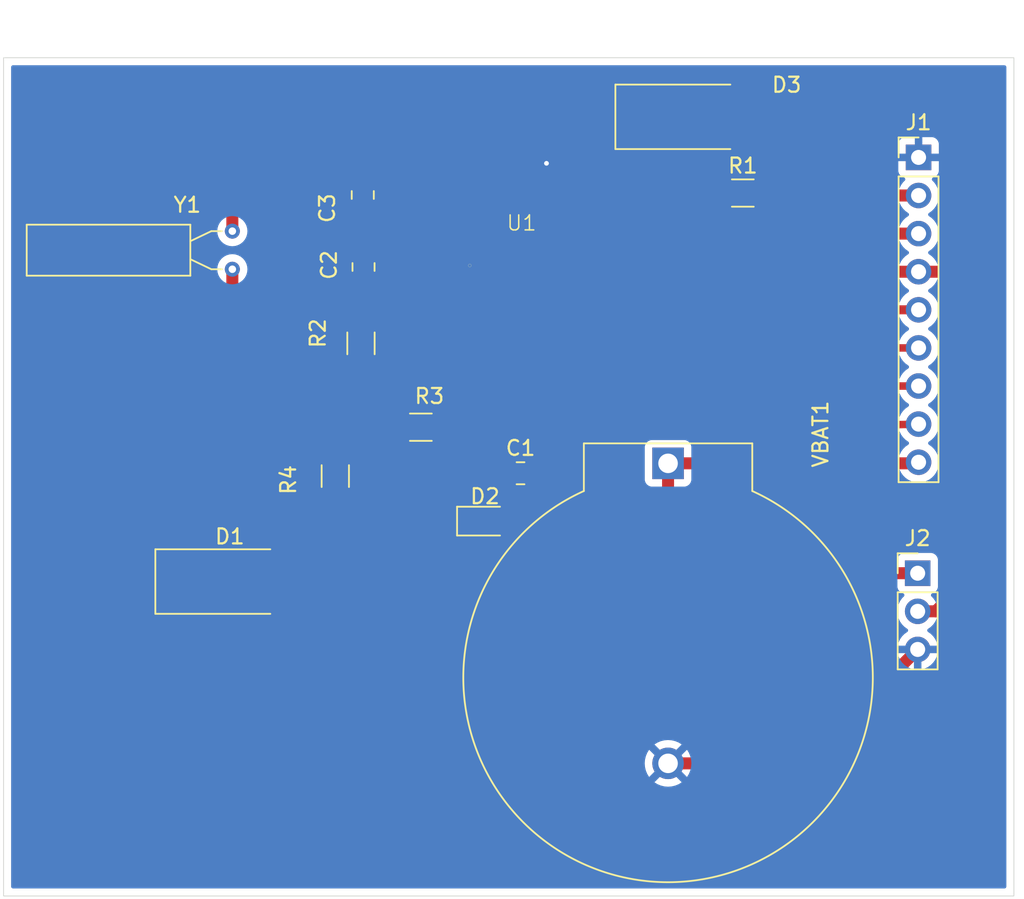
<source format=kicad_pcb>
(kicad_pcb (version 20240108) (generator "pcbnew") (generator_version "8.0")
  (layers (0 "F.Cu" signal) (31 "B.Cu" power) (34 "B.Paste" user) (35 "F.Paste" user) (36 "B.SilkS" user "B.Silkscreen") (37 "F.SilkS" user "F.Silkscreen") (38 "B.Mask" user) (39 "F.Mask" user) (44 "Edge.Cuts" user))
  (net 0 "")
  (net 1 "/VDD")
  (net 2 "GND")
  (net 3 "/OSCO")
  (net 4 "/OSCI")
  (net 5 "/VBAT")
  (net 6 "Net-(D3-A)")
  (net 7 "/SDO")
  (net 8 "/CLKOUT")
  (net 9 "/SCL")
  (net 10 "/SDI")
  (net 11 "/CE")
  (net 12 "/CLKOE")
  (net 13 "Net-(R2-Pad1)")
  (net 14 "/INT")
  (net 18 "Net-(D2-K)")
  (footprint "Resistor_SMD:R_1206_3216Metric_Pad1.30x1.75mm_HandSolder" (layer "F.Cu") (at 154.18 84.91 -90)
    (property "Reference" "R4" (at 0.25 3.13 90) (layer "F.SilkS"))
    (property "Value" "10k")
    (fp_line (start -0.727064 0.91) (end 0.727064 0.91) (stroke (width 0.12)) (layer "F.SilkS"))
    (fp_line (start -0.727064 -0.91) (end 0.727064 -0.91) (stroke (width 0.12)) (layer "F.SilkS"))
    (pad "1" smd roundrect (at -1.55 0 270) (size 1.3 1.75) (layers "F.Cu" "F.Paste" "F.Mask") (roundrect_rratio 0.192308) (net 14 "/INT"))
    (pad "2" smd roundrect (at 1.55 0 270) (size 1.3 1.75) (layers "F.Cu" "F.Paste" "F.Mask") (roundrect_rratio 0.192308) (net 1 "/VDD"))
  )
  (footprint "Resistor_SMD:R_1206_3216Metric_Pad1.30x1.75mm_HandSolder" (layer "F.Cu") (at 155.89 76.06 90)
    (property "Reference" "R2" (at 0.67 -2.87 -90) (layer "F.SilkS"))
    (property "Value" "0E")
    (fp_line (start -0.727064 -0.91) (end 0.727064 -0.91) (stroke (width 0.12)) (layer "F.SilkS"))
    (fp_line (start -0.727064 0.91) (end 0.727064 0.91) (stroke (width 0.12)) (layer "F.SilkS"))
    (pad "1" smd roundrect (at -1.55 0 90) (size 1.3 1.75) (layers "F.Cu" "F.Paste" "F.Mask") (roundrect_rratio 0.192308) (net 13 "Net-(R2-Pad1)"))
    (pad "2" smd roundrect (at 1.55 0 90) (size 1.3 1.75) (layers "F.Cu" "F.Paste" "F.Mask") (roundrect_rratio 0.192308) (net 3 "/OSCO"))
  )
  (footprint "Diode_SMD:D_SMA-SMB_Universal_Handsoldering" (layer "F.Cu") (at 177.8 60.96)
    (property "Reference" "D3" (at 6.45 -2.13 0) (layer "F.SilkS"))
    (property "Value" "BAS316")
    (fp_line (start -4.96 -2.15) (end -4.96 2.15) (stroke (width 0.12)) (layer "F.SilkS"))
    (fp_line (start -4.96 -2.15) (end 2.7 -2.15) (stroke (width 0.12)) (layer "F.SilkS"))
    (fp_line (start -4.96 2.15) (end 2.7 2.15) (stroke (width 0.12)) (layer "F.SilkS"))
    (pad "1" smd trapezoid (at -2.9 0) (size 3.6 1.7) (rect_delta 0.6 0) (layers "F.Cu" "F.Paste" "F.Mask") (net 1 "/VDD"))
    (pad "2" smd trapezoid (at 2.9 0 180) (size 3.6 1.7) (rect_delta 0.6 0) (layers "F.Cu" "F.Paste" "F.Mask") (net 6 "Net-(D3-A)"))
  )
  (footprint "Battery:BatteryHolder_ComfortableElectronic_CH273-2450_1x2450" (layer "F.Cu") (at 176.35 84.06 -90)
    (property "Reference" "VBAT1" (at -1.950913 -10.16 90) (layer "F.SilkS"))
    (property "Value" "1.5V")
    (fp_line (start -1.33 5.61) (end -1.33 -5.61) (stroke (width 0.12)) (layer "F.SilkS"))
    (fp_line (start 1.845 5.61) (end -1.33 5.61) (stroke (width 0.12)) (layer "F.SilkS"))
    (fp_line (start -1.33 -5.61) (end 1.845 -5.61) (stroke (width 0.12)) (layer "F.SilkS"))
    (fp_arc (start 1.845 -5.61) (mid 27.921896 0) (end 1.845 5.61) (stroke (width 0.12)) (layer "F.SilkS"))
    (pad "1" thru_hole rect (at 0 0 180) (size 2.1 2.1) (drill 1.3) (layers "*.Cu" "*.Mask") (net 5 "/VBAT"))
    (pad "2" thru_hole circle (at 20 0 180) (size 2.1 2.1) (drill 1.3) (layers "*.Cu" "*.Mask") (net 2 "GND"))
  )
  (footprint "Crystal:Crystal_AT310_D3.0mm_L10.0mm_Horizontal" (layer "F.Cu") (at 147.32 68.58 -90)
    (property "Reference" "Y1" (at -1.75 3 180) (layer "F.SilkS"))
    (property "Value" "Crystal_Small")
    (fp_line (start -0.43 13.7) (end 2.97 13.7) (stroke (width 0.12)) (layer "F.SilkS"))
    (fp_line (start 2.97 13.7) (end 2.97 2.8) (stroke (width 0.12)) (layer "F.SilkS"))
    (fp_line (start -0.43 2.8) (end -0.43 13.7) (stroke (width 0.12)) (layer "F.SilkS"))
    (fp_line (start 0.67 2.8) (end 0 1.4) (stroke (width 0.12)) (layer "F.SilkS"))
    (fp_line (start 1.87 2.8) (end 2.54 1.4) (stroke (width 0.12)) (layer "F.SilkS"))
    (fp_line (start 2.97 2.8) (end -0.43 2.8) (stroke (width 0.12)) (layer "F.SilkS"))
    (fp_line (start 0 1.4) (end 0 0.7) (stroke (width 0.12)) (layer "F.SilkS"))
    (fp_line (start 2.54 1.4) (end 2.54 0.7) (stroke (width 0.12)) (layer "F.SilkS"))
    (pad "1" thru_hole circle (at 2.54 0 270) (size 1 1) (drill 0.5) (layers "*.Cu" "*.Mask") (net 13 "Net-(R2-Pad1)"))
    (pad "2" thru_hole circle (at 0 0 270) (size 1 1) (drill 0.5) (layers "*.Cu" "*.Mask") (net 4 "/OSCI"))
  )
  (footprint "Capacitor_SMD:C_0805_2012Metric_Pad1.18x1.45mm_HandSolder" (layer "F.Cu") (at 156.01 66.17 90)
    (property "Reference" "C3" (at -0.88 -2.37 -90) (layer "F.SilkS"))
    (property "Value" "7pf")
    (fp_line (start -0.261252 -0.735) (end 0.261252 -0.735) (stroke (width 0.12)) (layer "F.SilkS"))
    (fp_line (start -0.261252 0.735) (end 0.261252 0.735) (stroke (width 0.12)) (layer "F.SilkS"))
    (pad "1" smd roundrect (at -1.0375 0 90) (size 1.175 1.45) (layers "F.Cu" "F.Paste" "F.Mask") (roundrect_rratio 0.212766) (net 2 "GND"))
    (pad "2" smd roundrect (at 1.0375 0 90) (size 1.175 1.45) (layers "F.Cu" "F.Paste" "F.Mask") (roundrect_rratio 0.212766) (net 4 "/OSCI"))
  )
  (footprint "Resistor_SMD:R_1206_3216Metric_Pad1.30x1.75mm_HandSolder" (layer "F.Cu") (at 159.88 81.65)
    (property "Reference" "R3" (at 0.57 -2.07 0) (layer "F.SilkS"))
    (property "Value" "820E")
    (fp_line (start -0.727064 -0.91) (end 0.727064 -0.91) (stroke (width 0.12)) (layer "F.SilkS"))
    (fp_line (start -0.727064 0.91) (end 0.727064 0.91) (stroke (width 0.12)) (layer "F.SilkS"))
    (pad "1" smd roundrect (at -1.55 0) (size 1.3 1.75) (layers "F.Cu" "F.Paste" "F.Mask") (roundrect_rratio 0.192308) (net 14 "/INT"))
    (pad "2" smd roundrect (at 1.55 0) (size 1.3 1.75) (layers "F.Cu" "F.Paste" "F.Mask") (roundrect_rratio 0.192308) (net 18 "Net-(D2-K)"))
  )
  (footprint "Diode_SMD:D_SMA-SMB_Universal_Handsoldering" (layer "F.Cu") (at 147.15 91.94)
    (property "Reference" "D1" (at 0 -3 0) (layer "F.SilkS"))
    (property "Value" "BAS316")
    (fp_line (start -4.96 -2.15) (end -4.96 2.15) (stroke (width 0.12)) (layer "F.SilkS"))
    (fp_line (start -4.96 -2.15) (end 2.7 -2.15) (stroke (width 0.12)) (layer "F.SilkS"))
    (fp_line (start -4.96 2.15) (end 2.7 2.15) (stroke (width 0.12)) (layer "F.SilkS"))
    (pad "1" smd trapezoid (at -2.9 0) (size 3.6 1.7) (rect_delta 0.6 0) (layers "F.Cu" "F.Paste" "F.Mask") (net 1 "/VDD"))
    (pad "2" smd trapezoid (at 2.9 0 180) (size 3.6 1.7) (rect_delta 0.6 0) (layers "F.Cu" "F.Paste" "F.Mask") (net 5 "/VBAT"))
  )
  (footprint "Capacitor_SMD:C_0805_2012Metric_Pad1.18x1.45mm_HandSolder" (layer "F.Cu") (at 156.06 70.97 -90)
    (property "Reference" "C2" (at -0.13 2.3 90) (layer "F.SilkS"))
    (property "Value" "7pf")
    (fp_line (start -0.261252 0.735) (end 0.261252 0.735) (stroke (width 0.12)) (layer "F.SilkS"))
    (fp_line (start -0.261252 -0.735) (end 0.261252 -0.735) (stroke (width 0.12)) (layer "F.SilkS"))
    (pad "1" smd roundrect (at -1.0375 0 270) (size 1.175 1.45) (layers "F.Cu" "F.Paste" "F.Mask") (roundrect_rratio 0.212766) (net 2 "GND"))
    (pad "2" smd roundrect (at 1.0375 0 270) (size 1.175 1.45) (layers "F.Cu" "F.Paste" "F.Mask") (roundrect_rratio 0.212766) (net 3 "/OSCO"))
  )
  (footprint "Capacitor_SMD:C_0805_2012Metric_Pad1.18x1.45mm_HandSolder" (layer "F.Cu") (at 166.52 84.72)
    (property "Reference" "C1" (at 0 -1.68 0) (layer "F.SilkS"))
    (property "Value" "100nf")
    (fp_line (start -0.261252 -0.735) (end 0.261252 -0.735) (stroke (width 0.12)) (layer "F.SilkS"))
    (fp_line (start -0.261252 0.735) (end 0.261252 0.735) (stroke (width 0.12)) (layer "F.SilkS"))
    (pad "1" smd roundrect (at -1.0375 0) (size 1.175 1.45) (layers "F.Cu" "F.Paste" "F.Mask") (roundrect_rratio 0.212766) (net 2 "GND"))
    (pad "2" smd roundrect (at 1.0375 0) (size 1.175 1.45) (layers "F.Cu" "F.Paste" "F.Mask") (roundrect_rratio 0.212766) (net 1 "/VDD"))
  )
  (footprint "Library:PCF2123TS_RTC" (layer "F.Cu") (at 162.34 70.47)
    (property "Reference" "U1" (at 4.25 -2.43 0) (layer "F.SilkS") (effects (font (thickness 0.1))))
    (property "Value" "~")
    (fp_circle (center 0.8 0.4) (end 0.9 0.4) (stroke (width 0.01)) (fill none) (layer "F.SilkS"))
    (pad "1" smd custom (at 0 0) (size 1 0.2) (layers "F.Cu" "F.Paste" "F.Mask") (net 4 "/OSCI") (options (clearance outline) (anchor rect)) (primitives))
    (pad "2" smd custom (at 0 0.65) (size 1 0.2) (layers "F.Cu" "F.Paste" "F.Mask") (net 3 "/OSCO") (options (clearance outline) (anchor rect)) (primitives))
    (pad "3" smd custom (at 0 1.3) (size 1 0.2) (layers "F.Cu" "F.Paste" "F.Mask") (options (clearance outline) (anchor rect)) (primitives))
    (pad "4" smd custom (at 0 1.95) (size 1 0.2) (layers "F.Cu" "F.Paste" "F.Mask") (options (clearance outline) (anchor rect)) (primitives))
    (pad "5" smd custom (at 0 2.6) (size 1 0.2) (layers "F.Cu" "F.Paste" "F.Mask") (net 14 "/INT") (options (clearance outline) (anchor rect)) (primitives))
    (pad "6" smd custom (at 0 3.25) (size 1 0.2) (layers "F.Cu" "F.Paste" "F.Mask") (net 11 "/CE") (options (clearance outline) (anchor rect)) (primitives))
    (pad "7" smd custom (at 0.01 3.898214) (size 1 0.2) (layers "F.Cu" "F.Paste" "F.Mask") (net 2 "GND") (options (clearance outline) (anchor rect)) (primitives))
    (pad "8" smd custom (at 5.3 3.9) (size 1 0.2) (layers "F.Cu" "F.Paste" "F.Mask") (net 7 "/SDO") (options (clearance outline) (anchor rect)) (primitives))
    (pad "9" smd custom (at 5.3 3.25) (size 1 0.2) (layers "F.Cu" "F.Paste" "F.Mask") (net 10 "/SDI") (options (clearance outline) (anchor rect)) (primitives))
    (pad "10" smd custom (at 5.3 2.6) (size 1 0.2) (layers "F.Cu" "F.Paste" "F.Mask") (net 9 "/SCL") (options (clearance outline) (anchor rect)) (primitives))
    (pad "11" smd custom (at 5.3 1.95) (size 1 0.2) (layers "F.Cu" "F.Paste" "F.Mask") (options (clearance outline) (anchor rect)) (primitives))
    (pad "12" smd custom (at 5.3 1.3) (size 1 0.2) (layers "F.Cu" "F.Paste" "F.Mask") (net 12 "/CLKOE") (options (clearance outline) (anchor rect)) (primitives))
    (pad "13" smd custom (at 5.3 0.65) (size 1 0.2) (layers "F.Cu" "F.Paste" "F.Mask") (net 8 "/CLKOUT") (options (clearance outline) (anchor rect)) (primitives))
    (pad "14" smd custom (at 5.3 0) (size 1 0.2) (layers "F.Cu" "F.Paste" "F.Mask") (net 1 "/VDD") (options (clearance outline) (anchor rect)) (primitives))
  )
  (footprint "Connector_PinHeader_2.54mm:PinHeader_1x03_P2.54mm_Vertical" (layer "F.Cu") (at 192.98 91.385)
    (property "Reference" "J2" (at 0 -2.33 0) (layer "F.SilkS"))
    (property "Value" "Conn_01x03")
    (fp_line (start -1.33 -1.33) (end 0 -1.33) (stroke (width 0.12)) (layer "F.SilkS"))
    (fp_line (start -1.33 0) (end -1.33 -1.33) (stroke (width 0.12)) (layer "F.SilkS"))
    (fp_line (start -1.33 1.27) (end -1.33 6.41) (stroke (width 0.12)) (layer "F.SilkS"))
    (fp_line (start -1.33 1.27) (end 1.33 1.27) (stroke (width 0.12)) (layer "F.SilkS"))
    (fp_line (start -1.33 6.41) (end 1.33 6.41) (stroke (width 0.12)) (layer "F.SilkS"))
    (fp_line (start 1.33 1.27) (end 1.33 6.41) (stroke (width 0.12)) (layer "F.SilkS"))
    (pad "1" thru_hole rect (at 0 0) (size 1.7 1.7) (drill 1) (layers "*.Cu" "*.Mask") (net 1 "/VDD"))
    (pad "2" thru_hole oval (at 0 2.54) (size 1.7 1.7) (drill 1) (layers "*.Cu" "*.Mask") (net 12 "/CLKOE"))
    (pad "3" thru_hole oval (at 0 5.08) (size 1.7 1.7) (drill 1) (layers "*.Cu" "*.Mask") (net 2 "GND"))
  )
  (footprint "Connector_PinHeader_2.54mm:PinHeader_1x09_P2.54mm_Vertical" (layer "F.Cu") (at 193.04 63.665)
    (property "Reference" "J1" (at 0 -2.33 0) (layer "F.SilkS"))
    (property "Value" "Conn_01x09")
    (fp_line (start -1.33 -1.33) (end 0 -1.33) (stroke (width 0.12)) (layer "F.SilkS"))
    (fp_line (start -1.33 0) (end -1.33 -1.33) (stroke (width 0.12)) (layer "F.SilkS"))
    (fp_line (start -1.33 1.27) (end -1.33 21.65) (stroke (width 0.12)) (layer "F.SilkS"))
    (fp_line (start -1.33 1.27) (end 1.33 1.27) (stroke (width 0.12)) (layer "F.SilkS"))
    (fp_line (start -1.33 21.65) (end 1.33 21.65) (stroke (width 0.12)) (layer "F.SilkS"))
    (fp_line (start 1.33 1.27) (end 1.33 21.65) (stroke (width 0.12)) (layer "F.SilkS"))
    (pad "1" thru_hole rect (at 0 0) (size 1.7 1.7) (drill 1) (layers "*.Cu" "*.Mask") (net 2 "GND"))
    (pad "2" thru_hole oval (at 0 2.54) (size 1.7 1.7) (drill 1) (layers "*.Cu" "*.Mask") (net 6 "Net-(D3-A)"))
    (pad "3" thru_hole oval (at 0 5.08) (size 1.7 1.7) (drill 1) (layers "*.Cu" "*.Mask") (net 8 "/CLKOUT"))
    (pad "4" thru_hole oval (at 0 7.62) (size 1.7 1.7) (drill 1) (layers "*.Cu" "*.Mask") (net 12 "/CLKOE"))
    (pad "5" thru_hole oval (at 0 10.16) (size 1.7 1.7) (drill 1) (layers "*.Cu" "*.Mask") (net 9 "/SCL"))
    (pad "6" thru_hole oval (at 0 12.7) (size 1.7 1.7) (drill 1) (layers "*.Cu" "*.Mask") (net 10 "/SDI"))
    (pad "7" thru_hole oval (at 0 15.24) (size 1.7 1.7) (drill 1) (layers "*.Cu" "*.Mask") (net 7 "/SDO"))
    (pad "8" thru_hole oval (at 0 17.78) (size 1.7 1.7) (drill 1) (layers "*.Cu" "*.Mask") (net 11 "/CE"))
    (pad "9" thru_hole oval (at 0 20.32) (size 1.7 1.7) (drill 1) (layers "*.Cu" "*.Mask") (net 5 "/VBAT"))
  )
  (footprint "Resistor_SMD:R_1206_3216Metric_Pad1.30x1.75mm_HandSolder" (layer "F.Cu") (at 181.33 66.04)
    (property "Reference" "R1" (at 0 -1.82 0) (layer "F.SilkS"))
    (property "Value" "22K")
    (fp_line (start -0.727064 -0.91) (end 0.727064 -0.91) (stroke (width 0.12)) (layer "F.SilkS"))
    (fp_line (start -0.727064 0.91) (end 0.727064 0.91) (stroke (width 0.12)) (layer "F.SilkS"))
    (pad "1" smd roundrect (at -1.55 0) (size 1.3 1.75) (layers "F.Cu" "F.Paste" "F.Mask") (roundrect_rratio 0.192308) (net 1 "/VDD"))
    (pad "2" smd roundrect (at 1.55 0) (size 1.3 1.75) (layers "F.Cu" "F.Paste" "F.Mask") (roundrect_rratio 0.192308) (net 8 "/CLKOUT"))
  )
  (footprint "LED_SMD:LED_0805_2012Metric_Pad1.15x1.40mm_HandSolder" (layer "F.Cu") (at 164.1525 87.91)
    (property "Reference" "D2" (at 0 -1.65 0) (layer "F.SilkS"))
    (property "Value" "LED")
    (fp_line (start -1.86 -0.96) (end -1.86 0.96) (stroke (width 0.12)) (layer "F.SilkS"))
    (fp_line (start -1.86 0.96) (end 1 0.96) (stroke (width 0.12)) (layer "F.SilkS"))
    (fp_line (start 1 -0.96) (end -1.86 -0.96) (stroke (width 0.12)) (layer "F.SilkS"))
    (pad "1" smd roundrect (at -1.025 0) (size 1.15 1.4) (layers "F.Cu" "F.Paste" "F.Mask") (roundrect_rratio 0.217391) (net 18 "Net-(D2-K)"))
    (pad "2" smd roundrect (at 1.025 0) (size 1.15 1.4) (layers "F.Cu" "F.Paste" "F.Mask") (roundrect_rratio 0.217391) (net 1 "/VDD"))
  )
  (gr_rect (start 132.08 57.02) (end 199.39 112.9) (stroke (width 0.05)) (fill none) (layer "Edge.Cuts"))
  (segment (start 154.18 87.89) (end 157.46 91.17) (width 0.8) (layer "F.Cu") (net 1))
  (segment (start 176.78 62.84) (end 174.9 60.96) (width 0.8) (layer "F.Cu") (net 1))
  (segment (start 161.9175 91.17) (end 165.1775 87.91) (width 0.8) (layer "F.Cu") (net 1))
  (segment (start 172.72 66.04) (end 179.78 66.04) (width 0.8) (layer "F.Cu") (net 1))
  (segment (start 154.18 86.46) (end 154.18 87.89) (width 0.8) (layer "F.Cu") (net 1))
  (segment (start 151.29 98.98) (end 144.25 91.94) (width 0.8) (layer "F.Cu") (net 1))
  (segment (start 141.555 84.075) (end 143.94 86.46) (width 0.8) (layer "F.Cu") (net 1))
  (segment (start 137.4 60.96) (end 137.4 79.92) (width 0.8) (layer "F.Cu") (net 1))
  (segment (start 157.46 91.17) (end 161.9175 91.17) (width 0.8) (layer "F.Cu") (net 1))
  (segment (start 176.78 66.04) (end 176.78 62.84) (width 0.8) (layer "F.Cu") (net 1))
  (segment (start 137.4 79.92) (end 141.555 84.075) (width 0.8) (layer "F.Cu") (net 1))
  (segment (start 167.64 70.47) (end 168.29 70.47) (width 0.3) (layer "F.Cu") (net 1))
  (segment (start 144.25 91.94) (end 141.555 89.245) (width 0.8) (layer "F.Cu") (net 1))
  (segment (start 179.78 66.04) (end 176.78 66.04) (width 0.8) (layer "F.Cu") (net 1))
  (segment (start 143.94 86.46) (end 154.18 86.46) (width 0.8) (layer "F.Cu") (net 1))
  (segment (start 174.9 60.96) (end 137.4 60.96) (width 0.8) (layer "F.Cu") (net 1))
  (segment (start 166.32 87.91) (end 165.1775 87.91) (width 0.8) (layer "F.Cu") (net 1))
  (segment (start 167.5575 84.72) (end 167.5575 86.6725) (width 0.8) (layer "F.Cu") (net 1))
  (segment (start 167.5575 86.6725) (end 166.32 87.91) (width 0.8) (layer "F.Cu") (net 1))
  (segment (start 174.9 60.96) (end 172.72 60.96) (width 0.8) (layer "F.Cu") (net 1))
  (segment (start 168.29 70.47) (end 172.72 66.04) (width 0.3) (layer "F.Cu") (net 1))
  (segment (start 174.74 98.98) (end 151.29 98.98) (width 0.8) (layer "F.Cu") (net 1))
  (segment (start 192.98 91.385) (end 182.335 91.385) (width 0.8) (layer "F.Cu") (net 1))
  (segment (start 182.335 91.385) (end 174.74 98.98) (width 0.8) (layer "F.Cu") (net 1))
  (segment (start 141.555 89.245) (end 141.555 84.075) (width 0.8) (layer "F.Cu") (net 1))
  (segment (start 176.35 104.06) (end 185.385 104.06) (width 0.8) (layer "F.Cu") (net 2))
  (segment (start 161.591786 74.368214) (end 161.591786 79.259286) (width 0.2) (layer "F.Cu") (net 2))
  (segment (start 162.35 74.368214) (end 161.591786 74.368214) (width 0.2) (layer "F.Cu") (net 2))
  (segment (start 162.35 74.368214) (end 161.228214 74.368214) (width 0.2) (layer "F.Cu") (net 2))
  (segment (start 162.35 74.368214) (end 162.35 75.45) (width 0.2) (layer "F.Cu") (net 2))
  (segment (start 185.385 104.06) (end 192.98 96.465) (width 0.8) (layer "F.Cu") (net 2))
  (via (at 168.25 64.06) (size 0.6) (drill 0.3) (layers "F.Cu" "B.Cu") (net 2))
  (via (at 168.25 64.06) (size 0.6) (drill 0.3) (layers "F.Cu" "B.Cu") (net 2))
  (segment (start 193.04 63.665) (end 195.335 63.665) (width 0.2) (layer "B.Cu") (net 2))
  (segment (start 158.9325 72.0075) (end 159.82 71.12) (width 0.2) (layer "F.Cu") (net 3))
  (segment (start 155.89 72.1775) (end 156.06 72.0075) (width 0.8) (layer "F.Cu") (net 3))
  (segment (start 155.89 74.51) (end 155.89 72.1775) (width 0.8) (layer "F.Cu") (net 3))
  (segment (start 162.34 71.12) (end 159.82 71.12) (width 0.2) (layer "F.Cu") (net 3))
  (segment (start 156.06 72.0075) (end 157.5225 72.0075) (width 0.8) (layer "F.Cu") (net 3))
  (segment (start 157.5225 72.0075) (end 158.9325 72.0075) (width 0.2) (layer "F.Cu") (net 3))
  (segment (start 147.9575 65.1325) (end 156.01 65.1325) (width 0.8) (layer "F.Cu") (net 4))
  (segment (start 156.01 65.1325) (end 161.0625 65.1325) (width 0.8) (layer "F.Cu") (net 4))
  (segment (start 147.32 68.58) (end 147.32 65.77) (width 0.8) (layer "F.Cu") (net 4))
  (segment (start 162.34 70.47) (end 163.42 70.47) (width 0.3) (layer "F.Cu") (net 4))
  (segment (start 161.0625 65.1325) (end 162.345 66.415) (width 0.8) (layer "F.Cu") (net 4))
  (segment (start 147.32 65.77) (end 147.9575 65.1325) (width 0.8) (layer "F.Cu") (net 4))
  (segment (start 163.42 67.49) (end 162.345 66.415) (width 0.3) (layer "F.Cu") (net 4))
  (segment (start 163.42 70.47) (end 163.42 67.49) (width 0.3) (layer "F.Cu") (net 4))
  (segment (start 176.35 87.72) (end 175.81 88.51) (width 0.8) (layer "F.Cu") (net 5))
  (segment (start 176.35 84.06) (end 176.35 87.72) (width 0.8) (layer "F.Cu") (net 5))
  (segment (start 176.35 84.06) (end 192.965 84.06) (width 0.8) (layer "F.Cu") (net 5))
  (segment (start 152.49 94.38) (end 150.05 91.94) (width 0.8) (layer "F.Cu") (net 5))
  (segment (start 166.61 94.38) (end 152.49 94.38) (width 0.8) (layer "F.Cu") (net 5))
  (segment (start 175.81 88.51) (end 166.61 94.38) (width 0.8) (layer "F.Cu") (net 5))
  (segment (start 192.965 84.06) (end 193.04 83.985) (width 0.8) (layer "F.Cu") (net 5))
  (segment (start 185.49 60.96) (end 180.7 60.96) (width 0.8) (layer "F.Cu") (net 6))
  (segment (start 193.04 66.205) (end 190.735 66.205) (width 0.8) (layer "F.Cu") (net 6))
  (segment (start 190.735 66.205) (end 185.49 60.96) (width 0.8) (layer "F.Cu") (net 6))
  (segment (start 167.64 74.37) (end 169.21 74.37) (width 0.2) (layer "F.Cu") (net 7))
  (segment (start 193.04 78.905) (end 170.345 78.905) (width 0.5) (layer "F.Cu") (net 7))
  (segment (start 169.21 74.37) (end 169.21 77.77) (width 0.2) (layer "F.Cu") (net 7))
  (segment (start 169.21 77.77) (end 170.345 78.905) (width 0.2) (layer "F.Cu") (net 7))
  (segment (start 169.68 71.12) (end 169.8 71.12) (width 0.2) (layer "F.Cu") (net 8))
  (segment (start 169.55 71.12) (end 169.68 71.12) (width 0.2) (layer "F.Cu") (net 8))
  (segment (start 189.975 68.745) (end 187.27 66.04) (width 0.8) (layer "F.Cu") (net 8))
  (segment (start 169.8 71.12) (end 169.92 71.12) (width 0.2) (layer "F.Cu") (net 8))
  (segment (start 170.35 71.12) (end 171.89 69.58) (width 0.2) (layer "F.Cu") (net 8))
  (segment (start 169.68 71.12) (end 170.35 71.12) (width 0.2) (layer "F.Cu") (net 8))
  (segment (start 182.59 67.51) (end 182.88 67.22) (width 0.6) (layer "F.Cu") (net 8))
  (segment (start 180.78 69.32) (end 182.59 67.51) (width 0.6) (layer "F.Cu") (net 8))
  (segment (start 167.64 71.12) (end 169.3 71.12) (width 0.2) (layer "F.Cu") (net 8))
  (segment (start 193.04 68.745) (end 189.975 68.745) (width 0.8) (layer "F.Cu") (net 8))
  (segment (start 171.89 69.58) (end 172.15 69.32) (width 0.2) (layer "F.Cu") (net 8))
  (segment (start 169.95 71.12) (end 170.05 71.12) (width 0.2) (layer "F.Cu") (net 8))
  (segment (start 182.88 67.22) (end 182.88 66.04) (width 0.6) (layer "F.Cu") (net 8))
  (segment (start 172.15 69.32) (end 173.95 69.32) (width 0.2) (layer "F.Cu") (net 8))
  (segment (start 169.92 71.12) (end 169.95 71.12) (width 0.2) (layer "F.Cu") (net 8))
  (segment (start 187.27 66.04) (end 182.88 66.04) (width 0.8) (layer "F.Cu") (net 8))
  (segment (start 169.3 71.12) (end 169.55 71.12) (width 0.2) (layer "F.Cu") (net 8))
  (segment (start 173.95 69.32) (end 180.78 69.32) (width 0.6) (layer "F.Cu") (net 8))
  (segment (start 170.67 72.73) (end 171.1 72.73) (width 0.2) (layer "F.Cu") (net 9))
  (segment (start 171.35 72.73) (end 172.445 73.825) (width 0.2) (layer "F.Cu") (net 9))
  (segment (start 168.78 72.73) (end 170.67 72.73) (width 0.2) (layer "F.Cu") (net 9))
  (segment (start 172.445 73.825) (end 173.6 73.825) (width 0.2) (layer "F.Cu") (net 9))
  (segment (start 167.64 73.07) (end 168.44 73.07) (width 0.2) (layer "F.Cu") (net 9))
  (segment (start 170.67 72.73) (end 171.35 72.73) (width 0.2) (layer "F.Cu") (net 9))
  (segment (start 173.6 73.825) (end 193.04 73.825) (width 0.6) (layer "F.Cu") (net 9))
  (segment (start 168.44 73.07) (end 168.78 72.73) (width 0.2) (layer "F.Cu") (net 9))
  (segment (start 167.64 73.72) (end 168.91 73.72) (width 0.2) (layer "F.Cu") (net 10))
  (segment (start 193.04 76.365) (end 183.045 76.365) (width 0.5) (layer "F.Cu") (net 10))
  (segment (start 169.72 73.72) (end 170.24 73.72) (width 0.2) (layer "F.Cu") (net 10))
  (segment (start 183.045 76.365) (end 172.885 76.365) (width 0.5) (layer "F.Cu") (net 10))
  (segment (start 168.91 73.72) (end 169.72 73.72) (width 0.2) (layer "F.Cu") (net 10))
  (segment (start 170.92 74.4) (end 172.72 76.2) (width 0.5) (layer "F.Cu") (net 10))
  (segment (start 170.24 73.72) (end 170.92 74.4) (width 0.2) (layer "F.Cu") (net 10))
  (segment (start 172.885 76.365) (end 172.72 76.2) (width 0.5) (layer "F.Cu") (net 10))
  (segment (start 162.34 73.72) (end 164.16 73.72) (width 0.2) (layer "F.Cu") (net 11))
  (segment (start 193.04 81.445) (end 183.44384 81.69) (width 0.5) (layer "F.Cu") (net 11))
  (segment (start 167.88 81.69) (end 164.207354 75.242646) (width 0.5) (layer "F.Cu") (net 11))
  (segment (start 164.16 75.195292) (end 164.207354 75.242646) (width 0.2) (layer "F.Cu") (net 11))
  (segment (start 164.16 73.72) (end 164.16 75.195292) (width 0.2) (layer "F.Cu") (net 11))
  (segment (start 162.34 73.72) (end 163.213876 73.72) (width 0.2) (layer "F.Cu") (net 11))
  (segment (start 183.44384 81.69) (end 167.88 81.69) (width 0.5) (layer "F.Cu") (net 11))
  (segment (start 173.455 71.285) (end 174.4 71.285) (width 0.2) (layer "F.Cu") (net 12))
  (segment (start 171.79 71.77) (end 172.25 71.77) (width 0.2) (layer "F.Cu") (net 12))
  (segment (start 196.81 71.285) (end 193.04 71.285) (width 0.8) (layer "F.Cu") (net 12))
  (segment (start 172.97 71.77) (end 173.455 71.285) (width 0.2) (layer "F.Cu") (net 12))
  (segment (start 172.25 71.77) (end 172.97 71.77) (width 0.2) (layer "F.Cu") (net 12))
  (segment (start 193.04 71.285) (end 174.4 71.285) (width 0.8) (layer "F.Cu") (net 12))
  (segment (start 171.79 71.77) (end 167.64 71.77) (width 0.2) (layer "F.Cu") (net 12))
  (segment (start 196.81 71.285) (end 196.81 91.297081) (width 0.8) (layer "F.Cu") (net 12))
  (segment (start 196.81 91.297081) (end 194.182081 93.925) (width 0.8) (layer "F.Cu") (net 12))
  (segment (start 194.182081 93.925) (end 192.98 93.925) (width 0.8) (layer "F.Cu") (net 12))
  (segment (start 155.89 77.61) (end 151.05 77.61) (width 0.8) (layer "F.Cu") (net 13))
  (segment (start 151.05 77.61) (end 147.32 73.88) (width 0.8) (layer "F.Cu") (net 13))
  (segment (start 147.32 73.88) (end 147.32 71.12) (width 0.8) (layer "F.Cu") (net 13))
  (segment (start 154.18 83.36) (end 156.62 83.36) (width 0.8) (layer "F.Cu") (net 14))
  (segment (start 162.34 73.07) (end 161.16 73.07) (width 0.2) (layer "F.Cu") (net 14))
  (segment (start 159.794872 74.144872) (end 158.33 75.609744) (width 0.5) (layer "F.Cu") (net 14))
  (segment (start 158.33 75.609744) (end 158.33 81.65) (width 0.5) (layer "F.Cu") (net 14))
  (segment (start 160.869744 73.07) (end 159.794872 74.144872) (width 0.2) (layer "F.Cu") (net 14))
  (segment (start 156.62 83.36) (end 158.33 81.65) (width 0.8) (layer "F.Cu") (net 14))
  (segment (start 161.16 73.07) (end 160.869744 73.07) (width 0.2) (layer "F.Cu") (net 14))
  (segment (start 163.1275 83.3475) (end 161.43 81.65) (width 0.8) (layer "F.Cu") (net 18))
  (segment (start 163.1275 87.91) (end 163.1275 83.3475) (width 0.8) (layer "F.Cu") (net 18))
  (zone (net 2) (net_name "GND") (layer "B.Cu") (priority 1) (connect_pads (clearance 0.5)) (min_thickness 0.25) (fill yes (thermal_gap 0.5) (thermal_bridge_width 0.5))
    (polygon (pts (xy 199.86 56.405046) (xy 200.08946 56.852712) (xy 199.829233 113.09145) (xy 132.605915 112.434759) (xy 132.119555 111.93) (xy 131.84 56.72) (xy 131.94 56.71)))
  )
)
</source>
